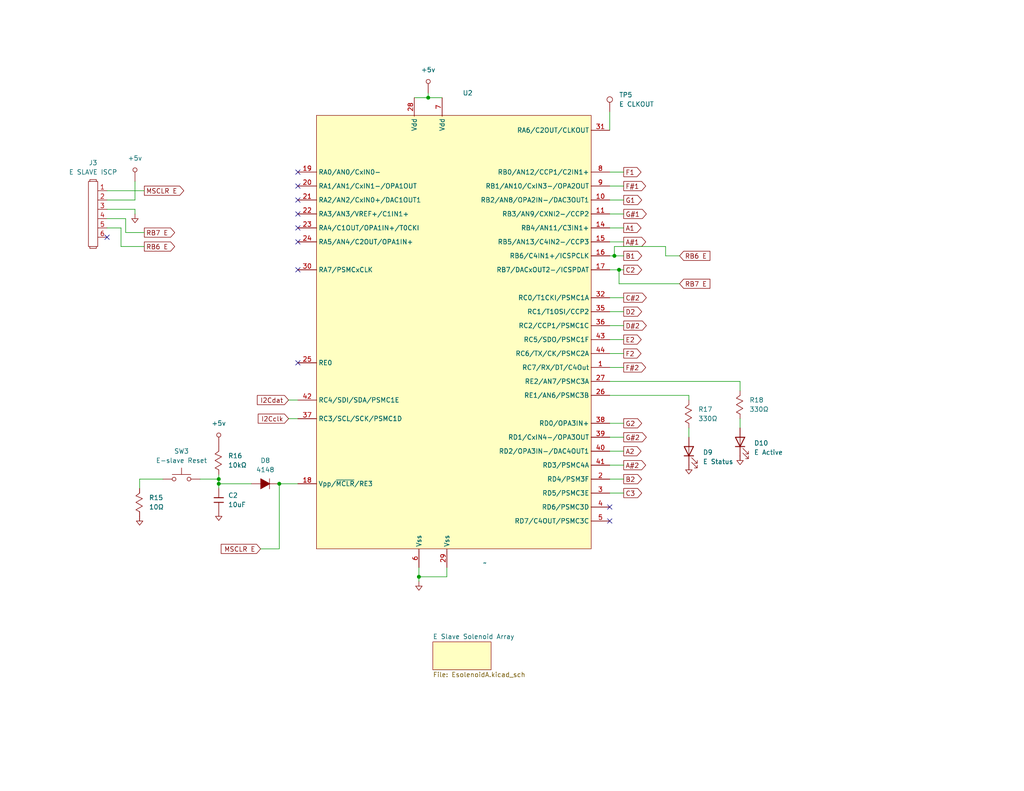
<source format=kicad_sch>
(kicad_sch (version 20231120) (generator "eeschema") (generator_version "8.0")
  (paper "A")
  (lib_symbols
    (symbol "Connector:TestPoint" (pin_numbers hide) (pin_names (offset 0.762) hide)
      (property "Reference" "TP" (at 0 6.858 0))
      (property "Value" "TestPoint" (at 0 5.08 0))
      (symbol "TestPoint_0_1"
        (circle (center 0 3.302) (radius 0.762))
      )
      (symbol "TestPoint_1_1"
        (pin passive line (at 0 0 90) (length 2.54) (name "1") (number "1"))
      )
    )
    (symbol "Custom Power:+5v" (power) (pin_numbers hide) (pin_names hide) (in_bom no) (on_board no)
      (property "Value" "+5v" (at 0 3.81 0))
      (symbol "+5v_0_1"
        (circle (center 0 1.8796) (radius 0.5611))
      )
      (symbol "+5v_1_1"
        (pin power_in line (at 0 -1.27 90) (length 2.54) (name "+5v") (number ""))
      )
    )
    (symbol "Custom Power:GND" (power) (pin_numbers hide) (pin_names hide) (in_bom no) (on_board no)
      (symbol "GND_0_1"
        (polyline (pts (xy -0.889 -1.27) (xy 0.889 -1.27) (xy 0 -2.413) (xy -0.889 -1.27)))
      )
      (symbol "GND_1_1"
        (pin power_in line (at 0 0 270) (length 1.27) (name "GND") (number "~"))
      )
    )
    (symbol "Device:LED" (pin_numbers hide) (pin_names (offset 1.016) hide)
      (property "Reference" "D" (at 0 2.54 0))
      (property "Value" "LED" (at 0 -2.54 0))
      (symbol "LED_0_1"
        (polyline (pts (xy -1.27 -1.27) (xy -1.27 1.27)) (stroke (width 0.254)))
        (polyline (pts (xy -1.27 0) (xy 1.27 0)))
        (polyline (pts (xy 1.27 -1.27) (xy 1.27 1.27) (xy -1.27 0) (xy 1.27 -1.27)) (stroke (width 0.254)))
        (polyline (pts (xy -3.048 -0.762) (xy -4.572 -2.286) (xy -3.81 -2.286) (xy -4.572 -2.286) (xy -4.572 -1.524)))
        (polyline (pts (xy -1.778 -0.762) (xy -3.302 -2.286) (xy -2.54 -2.286) (xy -3.302 -2.286) (xy -3.302 -1.524)))
      )
      (symbol "LED_1_1"
        (pin passive line (at -3.81 0 0) (length 2.54) (name "K") (number "1"))
        (pin passive line (at 3.81 0 180) (length 2.54) (name "A") (number "2"))
      )
    )
    (symbol "Owen's Symbols:Capacitor" (pin_numbers hide) (pin_names hide)
      (property "Reference" "C" (at 2.54 0 0))
      (property "Value" "?" (at 2.54 -2.54 0))
      (symbol "Capacitor_1_1"
        (polyline (pts (xy -1.27 -3.81) (xy 1.27 -3.81)) (stroke (width 0.254)))
        (polyline (pts (xy -1.27 -2.54) (xy 1.27 -2.54)) (stroke (width 0.254)))
        (pin passive line (at 0 0 270) (length 2.54) (name "1") (number "1"))
        (pin passive line (at 0 -6.35 90) (length 2.54) (name "2") (number "2"))
      )
    )
    (symbol "Owen's Symbols:Diode" (pin_numbers hide) (pin_names hide)
      (property "Reference" "D" (at 3.81 -1.27 0))
      (property "Value" "Vz" (at 3.81 -3.81 0))
      (symbol "Diode_0_1"
        (polyline (pts (xy -1.397 -4.953) (xy 1.397 -4.953) (xy 1.397 -4.953)))
      )
      (symbol "Diode_1_1"
        (polyline (pts (xy -1.397 -2.54) (xy 1.397 -2.54) (xy 0 -5.08) (xy -1.397 -2.54)) (fill (type outline)))
        (pin passive line (at 0 0 270) (length 2.54) (name "1") (number "1"))
        (pin passive line (at 0 -7.62 90) (length 2.54) (name "2") (number "2"))
      )
    )
    (symbol "Owen's Symbols:Header_1x6" (pin_names hide)
      (property "Reference" "J" (at -8.89 -3.81 0))
      (property "Value" "?" (at -8.89 -6.35 0))
      (symbol "Header_1x6_0_1"
        (rectangle (start -5.08 2.54) (end -2.54 -15.24))
        (polyline (pts (xy -4.699 -15.24) (xy -4.699 -15.748) (xy -2.921 -15.748) (xy -2.921 -15.24)))
        (polyline (pts (xy -4.699 2.54) (xy -4.699 3.048) (xy -2.921 3.048) (xy -2.921 2.54)))
      )
      (symbol "Header_1x6_1_1"
        (pin passive line (at 0 0 180) (length 2.54) (name "1") (number "1"))
        (pin passive line (at 0 -2.54 180) (length 2.54) (name "2") (number "2"))
        (pin passive line (at 0 -5.08 180) (length 2.54) (name "3") (number "3"))
        (pin passive line (at 0 -7.62 180) (length 2.54) (name "4") (number "4"))
        (pin passive line (at 0 -10.16 180) (length 2.54) (name "5") (number "5"))
        (pin passive line (at 0 -12.7 180) (length 2.54) (name "6") (number "6"))
      )
    )
    (symbol "Owen's Symbols:PIC16F1789_44"
      (property "Reference" "U" (at -37.592 5.334 0))
      (property "Value" "PIC16F1789" (at -31.75 4.826 0))
      (symbol "PIC16F1789_44_1_0"
        (pin bidirectional line (at 45.72 -3.81 180) (length 5.08) (name "RA6/C2OUT/CLKOUT") (number "31"))
      )
      (symbol "PIC16F1789_44_1_1"
        (rectangle (start -34.29 0) (end 40.64 -118.11) (fill (type background)))
        (pin bidirectional line (at 45.72 -76.2 180) (length 5.08) (name "RC7/RX/DT/C4Out") (number "1"))
        (pin bidirectional line (at 45.72 -22.86 180) (length 5.08) (name "RB2/AN8/OPA2IN-/DAC3OUT1") (number "10"))
        (pin bidirectional line (at 45.72 -26.67 180) (length 5.08) (name "RB3/AN9/CXNI2-/CCP2") (number "11"))
        (pin bidirectional line (at 45.72 -30.48 180) (length 5.08) (name "RB4/AN11/C3IN1+") (number "14"))
        (pin bidirectional line (at 45.72 -34.29 180) (length 5.08) (name "RB5/AN13/C4IN2-/CCP3") (number "15"))
        (pin bidirectional line (at 45.72 -38.1 180) (length 5.08) (name "RB6/C4IN1+/ICSPCLK") (number "16"))
        (pin bidirectional line (at 45.72 -41.91 180) (length 5.08) (name "RB7/DACxOUT2-/ICSPDAT") (number "17"))
        (pin bidirectional line (at -39.37 -100.33 0) (length 5.08) (name "Vpp/~{MCLR}/RE3") (number "18"))
        (pin bidirectional line (at -39.37 -15.24 0) (length 5.08) (name "RA0/AN0/CxIN0-") (number "19"))
        (pin bidirectional line (at 45.72 -99.06 180) (length 5.08) (name "RD4/PSM3F") (number "2"))
        (pin bidirectional line (at -39.37 -19.05 0) (length 5.08) (name "RA1/AN1/CxIN1-/OPA1OUT") (number "20"))
        (pin bidirectional line (at -39.37 -22.86 0) (length 5.08) (name "RA2/AN2/CxIN0+/DAC1OUT1") (number "21"))
        (pin bidirectional line (at -39.37 -26.67 0) (length 5.08) (name "RA3/AN3/VREF+/C1IN1+") (number "22"))
        (pin bidirectional line (at -39.37 -30.48 0) (length 5.08) (name "RA4/C1OUT/OPA1IN+/T0CKI") (number "23"))
        (pin bidirectional line (at -39.37 -34.29 0) (length 5.08) (name "RA5/AN4/C2OUT/OPA1IN+") (number "24"))
        (pin bidirectional line (at -39.37 -68.58 0) (length 5.08) (name "RE0") (number "25"))
        (pin bidirectional line (at -39.37 -63.5 0) (length 5.08) (name "RE1/AN6/PSMC3B") (number "26"))
        (pin bidirectional line (at -39.37 -59.69 0) (length 5.08) (name "RE2/AN7/PSMC3A") (number "27"))
        (pin bidirectional line (at -7.62 5.08 270) (length 5.08) (name "Vdd") (number "28"))
        (pin bidirectional line (at 1.27 -123.19 90) (length 5.08) (name "Vss") (number "29"))
        (pin bidirectional line (at 45.72 -102.87 180) (length 5.08) (name "RD5/PSMC3E") (number "3"))
        (pin bidirectional line (at -39.37 -41.91 0) (length 5.08) (name "RA7/PSMCxCLK") (number "30"))
        (pin bidirectional line (at -39.37 -38.1 0) (length 5.08) (name "RA6/C2OUT/CLKOUT") (number "31"))
        (pin bidirectional line (at 45.72 -49.53 180) (length 5.08) (name "RC0/T1CKI/PSMC1A") (number "32"))
        (pin bidirectional line (at 45.72 -53.34 180) (length 5.08) (name "RC1/T1OSI/CCP2") (number "35"))
        (pin bidirectional line (at 45.72 -57.15 180) (length 5.08) (name "RC2/CCP1/PSMC1C") (number "36"))
        (pin bidirectional line (at 45.72 -60.96 180) (length 5.08) (name "RC3/SCL/SCK/PSMC1D") (number "37"))
        (pin bidirectional line (at 45.72 -83.82 180) (length 5.08) (name "RD0/OPA3IN+") (number "38"))
        (pin bidirectional line (at 45.72 -87.63 180) (length 5.08) (name "RD1/CxIN4-/OPA3OUT") (number "39"))
        (pin bidirectional line (at 45.72 -106.68 180) (length 5.08) (name "RD6/PSMC3D") (number "4"))
        (pin bidirectional line (at 45.72 -91.44 180) (length 5.08) (name "RD2/OPA3IN-/DAC4OUT1") (number "40"))
        (pin bidirectional line (at 45.72 -95.25 180) (length 5.08) (name "RD3/PSMC4A") (number "41"))
        (pin bidirectional line (at 45.72 -64.77 180) (length 5.08) (name "RC4/SDI/SDA/PSMC1E") (number "42"))
        (pin bidirectional line (at 45.72 -68.58 180) (length 5.08) (name "RC5/SDO/PSMC1F") (number "43"))
        (pin bidirectional line (at 45.72 -72.39 180) (length 5.08) (name "RC6/TX/CK/PSMC2A") (number "44"))
        (pin bidirectional line (at 45.72 -110.49 180) (length 5.08) (name "RD7/C4OUT/PSMC3C") (number "5"))
        (pin bidirectional line (at -6.35 -123.19 90) (length 5.08) (name "Vss") (number "6"))
        (pin bidirectional line (at 0 5.08 270) (length 5.08) (name "Vdd") (number "7"))
        (pin bidirectional line (at 45.72 -15.24 180) (length 5.08) (name "RB0/AN12/CCP1/C2IN1+") (number "8"))
        (pin bidirectional line (at 45.72 -19.05 180) (length 5.08) (name "RB1/AN10/CxIN3-/OPA2OUT") (number "9"))
      )
      (symbol "PIC16F1789_44_1_2"
        (rectangle (start -34.29 0.254) (end 40.64 -118.11) (fill (type background)))
        (pin bidirectional line (at 45.72 -68.58 180) (length 5.08) (name "RC7/RX/DT/C4Out") (number "1"))
        (pin bidirectional line (at 45.72 -22.86 180) (length 5.08) (name "RB2/AN8/OPA2IN-/DAC3OUT1") (number "10"))
        (pin bidirectional line (at 45.72 -26.67 180) (length 5.08) (name "RB3/AN9/CXNI2-/CCP2") (number "11"))
        (pin bidirectional line (at 45.72 -30.48 180) (length 5.08) (name "RB4/AN11/C3IN1+") (number "14"))
        (pin bidirectional line (at 45.72 -34.29 180) (length 5.08) (name "RB5/AN13/C4IN2-/CCP3") (number "15"))
        (pin bidirectional line (at 45.72 -38.1 180) (length 5.08) (name "RB6/C4IN1+/ICSPCLK") (number "16"))
        (pin bidirectional line (at 45.72 -41.91 180) (length 5.08) (name "RB7/DACxOUT2-/ICSPDAT") (number "17"))
        (pin bidirectional line (at -39.37 -100.33 0) (length 5.08) (name "Vpp/~{MCLR}/RE3") (number "18"))
        (pin bidirectional line (at -39.37 -15.24 0) (length 5.08) (name "RA0/AN0/CxIN0-") (number "19"))
        (pin bidirectional line (at 45.72 -99.06 180) (length 5.08) (name "RD4/PSM3F") (number "2"))
        (pin bidirectional line (at -39.37 -19.05 0) (length 5.08) (name "RA1/AN1/CxIN1-/OPA1OUT") (number "20"))
        (pin bidirectional line (at -39.37 -22.86 0) (length 5.08) (name "RA2/AN2/CxIN0+/DAC1OUT1") (number "21"))
        (pin bidirectional line (at -39.37 -26.67 0) (length 5.08) (name "RA3/AN3/VREF+/C1IN1+") (number "22"))
        (pin bidirectional line (at -39.37 -30.48 0) (length 5.08) (name "RA4/C1OUT/OPA1IN+/T0CKI") (number "23"))
        (pin bidirectional line (at -39.37 -34.29 0) (length 5.08) (name "RA5/AN4/C2OUT/OPA1IN+") (number "24"))
        (pin bidirectional line (at -39.37 -67.31 0) (length 5.08) (name "RE0") (number "25"))
        (pin bidirectional line (at 45.72 -76.2 180) (length 5.08) (name "RE1/AN6/PSMC3B") (number "26"))
        (pin bidirectional line (at 45.72 -72.39 180) (length 5.08) (name "RE2/AN7/PSMC3A") (number "27"))
        (pin bidirectional line (at -7.62 5.08 270) (length 5.08) (name "Vdd") (number "28"))
        (pin bidirectional line (at 1.27 -123.19 90) (length 5.08) (name "Vss") (number "29"))
        (pin bidirectional line (at 45.72 -102.87 180) (length 5.08) (name "RD5/PSMC3E") (number "3"))
        (pin bidirectional line (at -39.37 -41.91 0) (length 5.08) (name "RA7/PSMCxCLK") (number "30"))
        (pin bidirectional line (at 45.72 -49.53 180) (length 5.08) (name "RC0/T1CKI/PSMC1A") (number "32"))
        (pin bidirectional line (at 45.72 -53.34 180) (length 5.08) (name "RC1/T1OSI/CCP2") (number "35"))
        (pin bidirectional line (at 45.72 -57.15 180) (length 5.08) (name "RC2/CCP1/PSMC1C") (number "36"))
        (pin bidirectional line (at -39.37 -82.55 0) (length 5.08) (name "RC3/SCL/SCK/PSMC1D") (number "37"))
        (pin bidirectional line (at 45.72 -83.82 180) (length 5.08) (name "RD0/OPA3IN+") (number "38"))
        (pin bidirectional line (at 45.72 -87.63 180) (length 5.08) (name "RD1/CxIN4-/OPA3OUT") (number "39"))
        (pin bidirectional line (at 45.72 -106.68 180) (length 5.08) (name "RD6/PSMC3D") (number "4"))
        (pin bidirectional line (at 45.72 -91.44 180) (length 5.08) (name "RD2/OPA3IN-/DAC4OUT1") (number "40"))
        (pin bidirectional line (at 45.72 -95.25 180) (length 5.08) (name "RD3/PSMC4A") (number "41"))
        (pin bidirectional line (at -39.37 -77.47 0) (length 5.08) (name "RC4/SDI/SDA/PSMC1E") (number "42"))
        (pin bidirectional line (at 45.72 -60.96 180) (length 5.08) (name "RC5/SDO/PSMC1F") (number "43"))
        (pin bidirectional line (at 45.72 -64.77 180) (length 5.08) (name "RC6/TX/CK/PSMC2A") (number "44"))
        (pin bidirectional line (at 45.72 -110.49 180) (length 5.08) (name "RD7/C4OUT/PSMC3C") (number "5"))
        (pin bidirectional line (at -6.35 -123.19 90) (length 5.08) (name "Vss") (number "6"))
        (pin bidirectional line (at 0 5.08 270) (length 5.08) (name "Vdd") (number "7"))
        (pin bidirectional line (at 45.72 -15.24 180) (length 5.08) (name "RB0/AN12/CCP1/C2IN1+") (number "8"))
        (pin bidirectional line (at 45.72 -19.05 180) (length 5.08) (name "RB1/AN10/CxIN3-/OPA2OUT") (number "9"))
      )
    )
    (symbol "Owen's Symbols:Resistor_Mod" (pin_numbers hide) (pin_names (offset 0) hide)
      (property "Reference" "R" (at 0 4.318 0))
      (property "Value" "ValueΩ" (at 0 2.54 0))
      (symbol "Resistor_Mod_0_1"
        (polyline (pts (xy -2.54 0) (xy -2.032 1.016) (xy -1.016 -0.762) (xy 0 1.016) (xy 1.016 -0.762) (xy 1.778 1.016) (xy 2.54 0)))
      )
      (symbol "Resistor_Mod_1_1"
        (pin passive line (at -3.81 0 0) (length 1.27) (name "1") (number "1"))
        (pin passive line (at 3.81 0 180) (length 1.27) (name "2") (number "2"))
      )
    )
    (symbol "Switch:SW_Push" (pin_numbers hide) (pin_names (offset 1.016) hide)
      (property "Reference" "SW" (at 1.27 2.54 0))
      (property "Value" "SW_Push" (at 0 -1.524 0))
      (symbol "SW_Push_0_1"
        (circle (center -2.032 0) (radius 0.508))
        (polyline (pts (xy 0 1.27) (xy 0 3.048)))
        (polyline (pts (xy 2.54 1.27) (xy -2.54 1.27)))
        (circle (center 2.032 0) (radius 0.508))
        (pin passive line (at -5.08 0 0) (length 2.54) (name "1") (number "1"))
        (pin passive line (at 5.08 0 180) (length 2.54) (name "2") (number "2"))
      )
    )
  )
  (junction (at 59.69 130.81))
  (junction (at 59.69 132.08))
  (junction (at 167.64 69.85))
  (junction (at 114.3 157.48))
  (junction (at 76.2 132.08))
  (junction (at 116.84 26.67))
  (junction (at 168.91 73.66))
  (no_connect (at 81.28 46.99))
  (no_connect (at 81.28 58.42))
  (no_connect (at 81.28 66.04))
  (no_connect (at 81.28 50.8))
  (no_connect (at 81.28 99.06))
  (no_connect (at 166.37 142.24))
  (no_connect (at 81.28 62.23))
  (no_connect (at 29.21 64.77))
  (no_connect (at 81.28 54.61))
  (no_connect (at 166.37 138.43))
  (no_connect (at 81.28 73.66))
  (wire (pts (xy 166.37 81.28) (xy 170.18 81.28)))
  (wire (pts (xy 166.37 58.42) (xy 170.18 58.42)))
  (wire (pts (xy 78.74 114.3) (xy 81.28 114.3)))
  (wire (pts (xy 166.37 134.62) (xy 170.18 134.62)))
  (wire (pts (xy 34.29 63.5) (xy 39.37 63.5)))
  (wire (pts (xy 166.37 62.23) (xy 170.18 62.23)))
  (wire (pts (xy 39.37 67.31) (xy 33.02 67.31)))
  (wire (pts (xy 76.2 149.86) (xy 76.2 132.08)))
  (wire (pts (xy 166.37 127) (xy 170.18 127)))
  (wire (pts (xy 114.3 157.48) (xy 121.92 157.48)))
  (wire (pts (xy 114.3 154.94) (xy 114.3 157.48)))
  (wire (pts (xy 71.12 149.86) (xy 76.2 149.86)))
  (wire (pts (xy 166.37 104.14) (xy 201.93 104.14)))
  (wire (pts (xy 29.21 59.69) (xy 34.29 59.69)))
  (wire (pts (xy 187.96 109.22) (xy 187.96 107.95)))
  (wire (pts (xy 166.37 46.99) (xy 170.18 46.99)))
  (wire (pts (xy 59.69 132.08) (xy 59.69 133.35)))
  (wire (pts (xy 166.37 96.52) (xy 170.18 96.52)))
  (wire (pts (xy 36.83 57.15) (xy 36.83 58.42)))
  (wire (pts (xy 166.37 73.66) (xy 168.91 73.66)))
  (wire (pts (xy 166.37 66.04) (xy 170.18 66.04)))
  (wire (pts (xy 201.93 104.14) (xy 201.93 106.68)))
  (wire (pts (xy 166.37 115.57) (xy 170.18 115.57)))
  (wire (pts (xy 166.37 54.61) (xy 170.18 54.61)))
  (wire (pts (xy 68.58 132.08) (xy 59.69 132.08)))
  (wire (pts (xy 113.03 26.67) (xy 116.84 26.67)))
  (wire (pts (xy 168.91 73.66) (xy 170.18 73.66)))
  (wire (pts (xy 116.84 26.67) (xy 120.65 26.67)))
  (wire (pts (xy 121.92 154.94) (xy 121.92 157.48)))
  (wire (pts (xy 181.61 69.85) (xy 181.61 67.31)))
  (wire (pts (xy 29.21 57.15) (xy 36.83 57.15)))
  (wire (pts (xy 116.84 25.4) (xy 116.84 26.67)))
  (wire (pts (xy 181.61 67.31) (xy 167.64 67.31)))
  (wire (pts (xy 166.37 85.09) (xy 170.18 85.09)))
  (wire (pts (xy 166.37 123.19) (xy 170.18 123.19)))
  (wire (pts (xy 59.69 132.08) (xy 59.69 130.81)))
  (wire (pts (xy 168.91 77.47) (xy 168.91 73.66)))
  (wire (pts (xy 166.37 100.33) (xy 170.18 100.33)))
  (wire (pts (xy 187.96 107.95) (xy 166.37 107.95)))
  (wire (pts (xy 38.1 133.35) (xy 38.1 130.81)))
  (wire (pts (xy 167.64 67.31) (xy 167.64 69.85)))
  (wire (pts (xy 114.3 157.48) (xy 114.3 158.75)))
  (wire (pts (xy 187.96 116.84) (xy 187.96 119.38)))
  (wire (pts (xy 29.21 52.07) (xy 39.37 52.07)))
  (wire (pts (xy 33.02 67.31) (xy 33.02 62.23)))
  (wire (pts (xy 59.69 130.81) (xy 59.69 129.54)))
  (wire (pts (xy 166.37 69.85) (xy 167.64 69.85)))
  (wire (pts (xy 38.1 130.81) (xy 44.45 130.81)))
  (wire (pts (xy 166.37 50.8) (xy 170.18 50.8)))
  (wire (pts (xy 166.37 88.9) (xy 170.18 88.9)))
  (wire (pts (xy 166.37 119.38) (xy 170.18 119.38)))
  (wire (pts (xy 34.29 59.69) (xy 34.29 63.5)))
  (wire (pts (xy 33.02 62.23) (xy 29.21 62.23)))
  (wire (pts (xy 185.42 69.85) (xy 181.61 69.85)))
  (wire (pts (xy 166.37 130.81) (xy 170.18 130.81)))
  (wire (pts (xy 168.91 77.47) (xy 185.42 77.47)))
  (wire (pts (xy 78.74 109.22) (xy 81.28 109.22)))
  (wire (pts (xy 36.83 54.61) (xy 36.83 49.53)))
  (wire (pts (xy 166.37 30.48) (xy 166.37 35.56)))
  (wire (pts (xy 167.64 69.85) (xy 170.18 69.85)))
  (wire (pts (xy 54.61 130.81) (xy 59.69 130.81)))
  (wire (pts (xy 29.21 54.61) (xy 36.83 54.61)))
  (wire (pts (xy 166.37 92.71) (xy 170.18 92.71)))
  (wire (pts (xy 76.2 132.08) (xy 81.28 132.08)))
  (wire (pts (xy 201.93 114.3) (xy 201.93 116.84)))
  (global_label "C3" (shape output) (at 170.18 134.62 0) (property "Intersheetrefs" "${INTERSHEET_REFS}" (effects (hide yes))))
  (global_label "RB6 E" (shape input) (at 185.42 69.85 0) (property "Intersheetrefs" "${INTERSHEET_REFS}" (effects (hide yes))))
  (global_label "G#2" (shape output) (at 170.18 119.38 0) (property "Intersheetrefs" "${INTERSHEET_REFS}" (effects (hide yes))))
  (global_label "F#2" (shape output) (at 170.18 100.33 0) (property "Intersheetrefs" "${INTERSHEET_REFS}" (effects (hide yes))))
  (global_label "E2" (shape output) (at 170.18 92.71 0) (property "Intersheetrefs" "${INTERSHEET_REFS}" (effects (hide yes))))
  (global_label "A#1" (shape output) (at 170.18 66.04 0) (property "Intersheetrefs" "${INTERSHEET_REFS}" (effects (hide yes))))
  (global_label "F1" (shape output) (at 170.18 46.99 0) (property "Intersheetrefs" "${INTERSHEET_REFS}" (effects (hide yes))))
  (global_label "D2" (shape output) (at 170.18 85.09 0) (property "Intersheetrefs" "${INTERSHEET_REFS}" (effects (hide yes))))
  (global_label "I2Cdat" (shape input) (at 78.74 109.22 180) (property "Intersheetrefs" "${INTERSHEET_REFS}" (effects (hide yes))))
  (global_label "F#1" (shape output) (at 170.18 50.8 0) (property "Intersheetrefs" "${INTERSHEET_REFS}" (effects (hide yes))))
  (global_label "MSCLR E" (shape input) (at 71.12 149.86 180) (property "Intersheetrefs" "${INTERSHEET_REFS}" (effects (hide yes))))
  (global_label "RB7 E" (shape input) (at 185.42 77.47 0) (property "Intersheetrefs" "${INTERSHEET_REFS}" (effects (hide yes))))
  (global_label "G#1" (shape output) (at 170.18 58.42 0) (property "Intersheetrefs" "${INTERSHEET_REFS}" (effects (hide yes))))
  (global_label "A2" (shape output) (at 170.18 123.19 0) (property "Intersheetrefs" "${INTERSHEET_REFS}" (effects (hide yes))))
  (global_label "G1" (shape output) (at 170.18 54.61 0) (property "Intersheetrefs" "${INTERSHEET_REFS}" (effects (hide yes))))
  (global_label "MSCLR E" (shape output) (at 39.37 52.07 0) (property "Intersheetrefs" "${INTERSHEET_REFS}" (effects (hide yes))))
  (global_label "A1" (shape output) (at 170.18 62.23 0) (property "Intersheetrefs" "${INTERSHEET_REFS}" (effects (hide yes))))
  (global_label "C2" (shape output) (at 170.18 73.66 0) (property "Intersheetrefs" "${INTERSHEET_REFS}" (effects (hide yes))))
  (global_label "B2" (shape output) (at 170.18 130.81 0) (property "Intersheetrefs" "${INTERSHEET_REFS}" (effects (hide yes))))
  (global_label "F2" (shape output) (at 170.18 96.52 0) (property "Intersheetrefs" "${INTERSHEET_REFS}" (effects (hide yes))))
  (global_label "I2Cclk" (shape input) (at 78.74 114.3 180) (property "Intersheetrefs" "${INTERSHEET_REFS}" (effects (hide yes))))
  (global_label "RB7 E" (shape output) (at 39.37 63.5 0) (property "Intersheetrefs" "${INTERSHEET_REFS}" (effects (hide yes))))
  (global_label "RB6 E" (shape output) (at 39.37 67.31 0) (property "Intersheetrefs" "${INTERSHEET_REFS}" (effects (hide yes))))
  (global_label "A#2" (shape output) (at 170.18 127 0) (property "Intersheetrefs" "${INTERSHEET_REFS}" (effects (hide yes))))
  (global_label "G2" (shape output) (at 170.18 115.57 0) (property "Intersheetrefs" "${INTERSHEET_REFS}" (effects (hide yes))))
  (global_label "C#2" (shape output) (at 170.18 81.28 0) (property "Intersheetrefs" "${INTERSHEET_REFS}" (effects (hide yes))))
  (global_label "B1" (shape output) (at 170.18 69.85 0) (property "Intersheetrefs" "${INTERSHEET_REFS}" (effects (hide yes))))
  (global_label "D#2" (shape output) (at 170.18 88.9 0) (property "Intersheetrefs" "${INTERSHEET_REFS}" (effects (hide yes))))
  (symbol (lib_id "Custom Power:GND") (at 114.3 158.75 0) (unit 1) (in_bom no) (on_board no)
    (property "Reference" "#PWR027" (effects (hide yes)))
    (property "Value" "GND" (effects (hide yes)))
  )
  (symbol (lib_id "Connector:TestPoint") (at 166.37 30.48 0) (unit 1)
    (property "Reference" "TP5" (at 168.91 25.9079 0) (effects (justify left)))
    (property "Value" "E CLKOUT" (at 168.91 28.4479 0) (effects (justify left)))
    (property "Description" "test point" (effects (hide yes)))
  )
  (symbol (lib_id "Custom Power:GND") (at 59.69 139.7 0) (unit 1) (in_bom no) (on_board no)
    (property "Reference" "#PWR026" (effects (hide yes)))
    (property "Value" "GND" (effects (hide yes)))
  )
  (symbol (lib_id "Device:LED") (at 201.93 120.65 90) (unit 1)
    (property "Reference" "D10" (at 205.74 120.9674 90) (effects (justify right)))
    (property "Value" "E Active" (at 205.74 123.5074 90) (effects (justify right)))
    (property "Description" "Light emitting diode" (effects (hide yes)))
  )
  (symbol (lib_id "Owen's Symbols:Resistor_Mod") (at 59.69 125.73 90) (unit 1)
    (property "Reference" "R16" (at 62.23 124.4599 90) (effects (justify right)))
    (property "Value" "10kΩ" (at 62.23 126.9999 90) (effects (justify right)))
  )
  (symbol (lib_id "Owen's Symbols:Capacitor") (at 59.69 133.35 0) (unit 1)
    (property "Reference" "C2" (at 62.23 135.2549 0) (effects (justify left)))
    (property "Value" "10uF" (at 62.23 137.7949 0) (effects (justify left)))
  )
  (symbol (lib_id "Custom Power:GND") (at 201.93 124.46 0) (unit 1) (in_bom no) (on_board no)
    (property "Reference" "#PWR030" (effects (hide yes)))
    (property "Value" "GND" (effects (hide yes)))
  )
  (symbol (lib_id "Owen's Symbols:Header_1x6") (at 29.21 52.07 0) (unit 1)
    (property "Reference" "J3" (at 25.4 44.45 0))
    (property "Value" "E SLAVE ISCP" (at 25.4 46.99 0))
  )
  (symbol (lib_id "Custom Power:+5v") (at 36.83 48.26 0) (unit 1) (in_bom no) (on_board no)
    (property "Reference" "#PWR022" (effects (hide yes)))
    (property "Value" "+5v" (at 36.83 43.18 0))
  )
  (symbol (lib_id "Custom Power:GND") (at 38.1 140.97 0) (unit 1) (in_bom no) (on_board no)
    (property "Reference" "#PWR024" (effects (hide yes)))
    (property "Value" "GND" (effects (hide yes)))
  )
  (symbol (lib_id "Owen's Symbols:Resistor_Mod") (at 38.1 137.16 90) (unit 1)
    (property "Reference" "R15" (at 40.64 135.8899 90) (effects (justify right)))
    (property "Value" "10Ω" (at 40.64 138.4299 90) (effects (justify right)))
  )
  (symbol (lib_id "Switch:SW_Push") (at 49.53 130.81 0) (unit 1)
    (property "Reference" "SW3" (at 49.53 123.19 0))
    (property "Value" "E-slave Reset" (at 49.53 125.73 0))
    (property "Description" "Push button switch, generic, two pins" (effects (hide yes)))
  )
  (symbol (lib_id "Owen's Symbols:Resistor_Mod") (at 187.96 113.03 90) (unit 1)
    (property "Reference" "R17" (at 190.5 111.7599 90) (effects (justify right)))
    (property "Value" "330Ω" (at 190.5 114.2999 90) (effects (justify right)))
  )
  (symbol (lib_id "Owen's Symbols:PIC16F1789_44") (at 120.65 31.75 0) (unit 1) (convert 2)
    (property "Reference" "U2" (at 126.238 25.4 0) (effects (justify left)))
    (property "Value" "~" (at 131.7341 153.67 0) (effects (justify left)))
  )
  (symbol (lib_id "Owen's Symbols:Resistor_Mod") (at 201.93 110.49 90) (unit 1)
    (property "Reference" "R18" (at 204.47 109.2199 90) (effects (justify right)))
    (property "Value" "330Ω" (at 204.47 111.7599 90) (effects (justify right)))
  )
  (symbol (lib_id "Custom Power:GND") (at 36.83 58.42 0) (unit 1) (in_bom no) (on_board no)
    (property "Reference" "#PWR023" (effects (hide yes)))
    (property "Value" "GND" (effects (hide yes)))
  )
  (symbol (lib_id "Owen's Symbols:Diode") (at 68.58 132.08 90) (unit 1)
    (property "Reference" "D8" (at 72.39 125.73 90))
    (property "Value" "4148" (at 72.39 128.27 90))
  )
  (symbol (lib_id "Device:LED") (at 187.96 123.19 90) (unit 1)
    (property "Reference" "D9" (at 191.77 123.5074 90) (effects (justify right)))
    (property "Value" "E Status" (at 191.77 126.0474 90) (effects (justify right)))
    (property "Description" "Light emitting diode" (effects (hide yes)))
  )
  (symbol (lib_id "Custom Power:GND") (at 187.96 127 0) (unit 1) (in_bom no) (on_board no)
    (property "Reference" "#PWR029" (effects (hide yes)))
    (property "Value" "GND" (effects (hide yes)))
  )
  (symbol (lib_id "Custom Power:+5v") (at 59.69 120.65 0) (unit 1) (in_bom no) (on_board no)
    (property "Reference" "#PWR025" (effects (hide yes)))
    (property "Value" "+5v" (at 59.69 115.57 0))
  )
  (symbol (lib_id "Custom Power:+5v") (at 116.84 24.13 0) (unit 1) (in_bom no) (on_board no)
    (property "Reference" "#PWR028" (effects (hide yes)))
    (property "Value" "+5v" (at 116.84 19.05 0))
  )
  (sheet (at 118.11 175.26) (size 15.875 7.62) (stroke (width 0.1524)) (fill (color 255 255 194 1.0000))
    (property "Sheetname" "E Slave Solenoid Array" (at 118.11 174.5484 0) (effects (justify left bottom)))
    (property "Sheetfile" "EsolenoidA.kicad_sch" (at 118.11 183.4646 0) (effects (justify left top)))
  )
)
</source>
